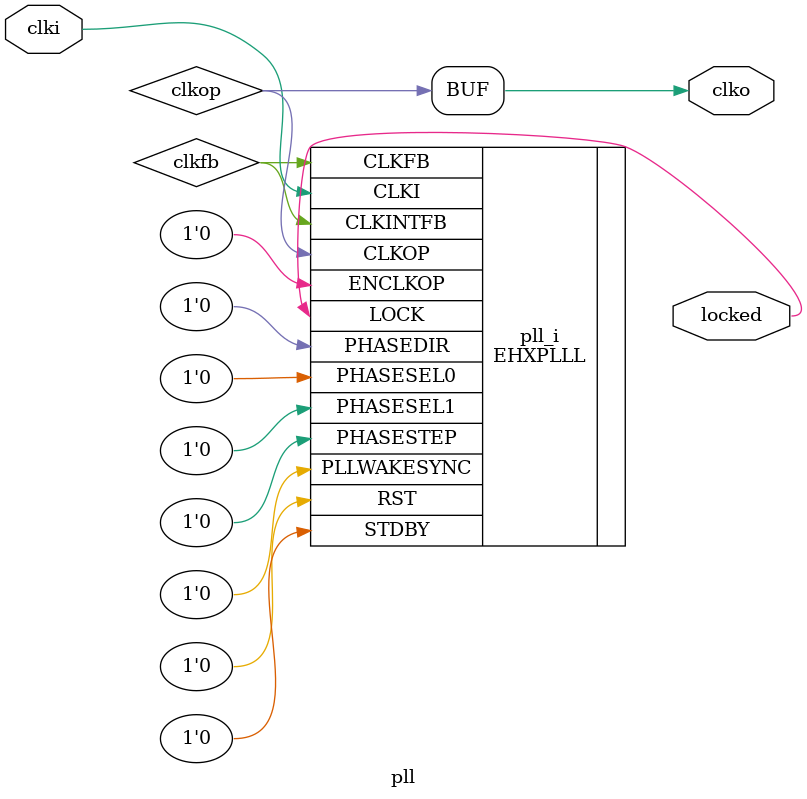
<source format=v>
module pll(input clki, 
    output locked,
    output clko
);
wire clkfb;
wire clkos;
wire clkop;
(* ICP_CURRENT="12" *) (* LPF_RESISTOR="8" *) (* MFG_ENABLE_FILTEROPAMP="1" *) (* MFG_GMCREF_SEL="2" *)
EHXPLLL #(
        .PLLRST_ENA("DISABLED"),
        .INTFB_WAKE("DISABLED"),
        .STDBY_ENABLE("DISABLED"),
        .DPHASE_SOURCE("DISABLED"),
        .CLKOP_FPHASE(0),
        .CLKOP_CPHASE(18),
        .OUTDIVIDER_MUXA("DIVA"),
        .CLKOP_ENABLE("ENABLED"),
        .CLKOP_DIV(38),
        .CLKFB_DIV(5),
        .CLKI_DIV(8),
        .FEEDBK_PATH("INT_OP")
    ) pll_i (
        .CLKI(clki),
        .CLKFB(clkfb),
        .CLKINTFB(clkfb),
        .CLKOP(clkop),
        .RST(1'b0),
        .STDBY(1'b0),
        .PHASESEL0(1'b0),
        .PHASESEL1(1'b0),
        .PHASEDIR(1'b0),
        .PHASESTEP(1'b0),
        .PLLWAKESYNC(1'b0),
        .ENCLKOP(1'b0),
        .LOCK(locked)
	);
assign clko = clkop;
endmodule

</source>
